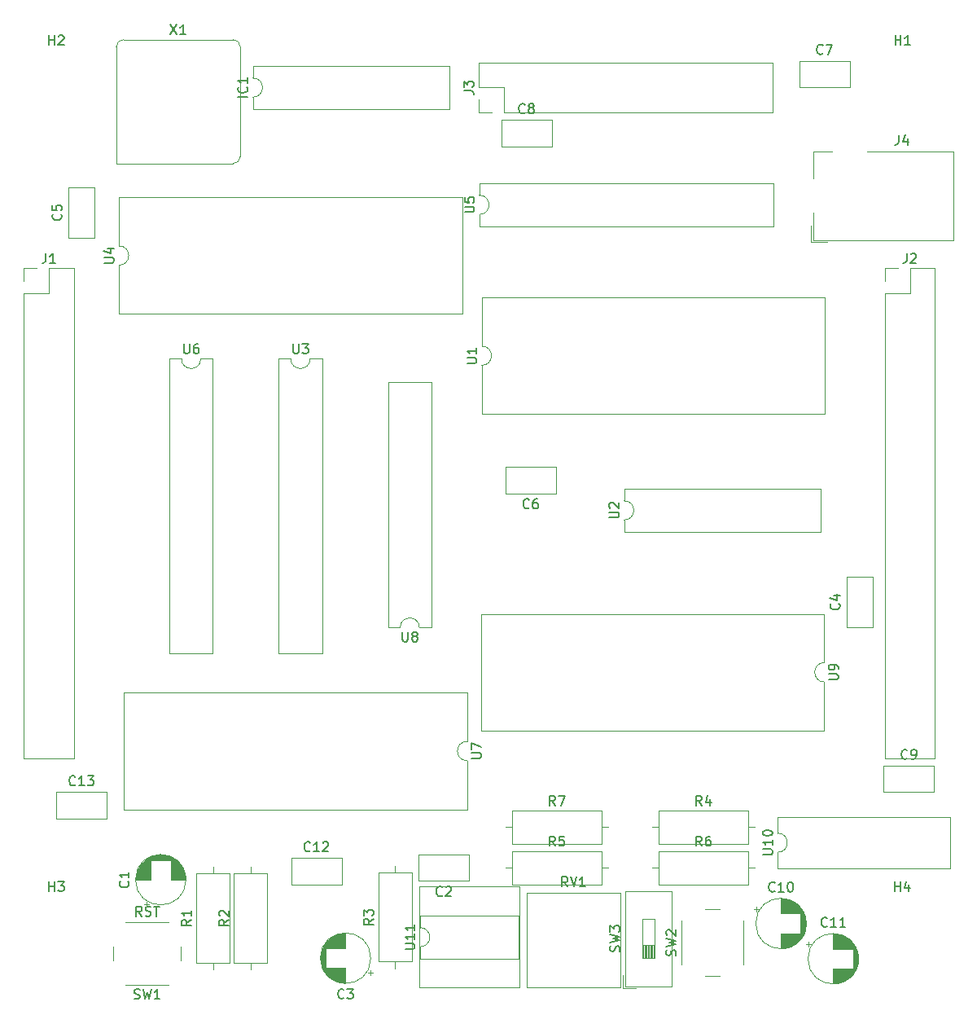
<source format=gbr>
G04 #@! TF.GenerationSoftware,KiCad,Pcbnew,(5.1.4)-1*
G04 #@! TF.CreationDate,2022-04-04T20:40:50-04:00*
G04 #@! TF.ProjectId,Layer1,4c617965-7231-42e6-9b69-6361645f7063,rev?*
G04 #@! TF.SameCoordinates,Original*
G04 #@! TF.FileFunction,Legend,Top*
G04 #@! TF.FilePolarity,Positive*
%FSLAX46Y46*%
G04 Gerber Fmt 4.6, Leading zero omitted, Abs format (unit mm)*
G04 Created by KiCad (PCBNEW (5.1.4)-1) date 2022-04-04 20:40:50*
%MOMM*%
%LPD*%
G04 APERTURE LIST*
%ADD10C,0.150000*%
%ADD11C,0.120000*%
G04 APERTURE END LIST*
D10*
X33793180Y-111196380D02*
X33459847Y-110720190D01*
X33221752Y-111196380D02*
X33221752Y-110196380D01*
X33602704Y-110196380D01*
X33697942Y-110244000D01*
X33745561Y-110291619D01*
X33793180Y-110386857D01*
X33793180Y-110529714D01*
X33745561Y-110624952D01*
X33697942Y-110672571D01*
X33602704Y-110720190D01*
X33221752Y-110720190D01*
X34174133Y-111148761D02*
X34316990Y-111196380D01*
X34555085Y-111196380D01*
X34650323Y-111148761D01*
X34697942Y-111101142D01*
X34745561Y-111005904D01*
X34745561Y-110910666D01*
X34697942Y-110815428D01*
X34650323Y-110767809D01*
X34555085Y-110720190D01*
X34364609Y-110672571D01*
X34269371Y-110624952D01*
X34221752Y-110577333D01*
X34174133Y-110482095D01*
X34174133Y-110386857D01*
X34221752Y-110291619D01*
X34269371Y-110244000D01*
X34364609Y-110196380D01*
X34602704Y-110196380D01*
X34745561Y-110244000D01*
X35031276Y-110196380D02*
X35602704Y-110196380D01*
X35316990Y-111196380D02*
X35316990Y-110196380D01*
D11*
X104771500Y-91912000D02*
X104771500Y-86852000D01*
X69091500Y-91912000D02*
X104771500Y-91912000D01*
X69091500Y-79792000D02*
X69091500Y-91912000D01*
X104771500Y-79792000D02*
X69091500Y-79792000D01*
X104771500Y-84852000D02*
X104771500Y-79792000D01*
X104771500Y-86852000D02*
G75*
G02X104771500Y-84852000I0J1000000D01*
G01*
X68901000Y-35024500D02*
X68901000Y-36274500D01*
X99501000Y-35024500D02*
X68901000Y-35024500D01*
X99501000Y-39524500D02*
X99501000Y-35024500D01*
X68901000Y-39524500D02*
X99501000Y-39524500D01*
X68901000Y-38274500D02*
X68901000Y-39524500D01*
X68901000Y-36274500D02*
G75*
G02X68901000Y-38274500I0J-1000000D01*
G01*
X62668800Y-108135600D02*
X62668800Y-118635600D01*
X73068800Y-108135600D02*
X62668800Y-108135600D01*
X73068800Y-118635600D02*
X73068800Y-108135600D01*
X62668800Y-118635600D02*
X73068800Y-118635600D01*
X62728800Y-111135600D02*
X62728800Y-112385600D01*
X73008800Y-111135600D02*
X62728800Y-111135600D01*
X73008800Y-115635600D02*
X73008800Y-111135600D01*
X62728800Y-115635600D02*
X73008800Y-115635600D01*
X62728800Y-114385600D02*
X62728800Y-115635600D01*
X62728800Y-112385600D02*
G75*
G02X62728800Y-114385600I0J-1000000D01*
G01*
X59408500Y-81213000D02*
X60658500Y-81213000D01*
X59408500Y-55693000D02*
X59408500Y-81213000D01*
X63908500Y-55693000D02*
X59408500Y-55693000D01*
X63908500Y-81213000D02*
X63908500Y-55693000D01*
X62658500Y-81213000D02*
X63908500Y-81213000D01*
X60658500Y-81213000D02*
G75*
G02X62658500Y-81213000I1000000J0D01*
G01*
X31892000Y-20093000D02*
G75*
G03X31142000Y-20843000I0J-750000D01*
G01*
X44042000Y-20843000D02*
G75*
G03X43292000Y-20093000I-750000J0D01*
G01*
X43292000Y-32993000D02*
G75*
G03X44042000Y-32243000I0J750000D01*
G01*
X31142000Y-32993000D02*
X43292000Y-32993000D01*
X44042000Y-32243000D02*
X44042000Y-20843000D01*
X43292000Y-20093000D02*
X31892000Y-20093000D01*
X31142000Y-20843000D02*
X31142000Y-32993000D01*
X99914400Y-100918500D02*
X99914400Y-102568500D01*
X117814400Y-100918500D02*
X99914400Y-100918500D01*
X117814400Y-106218500D02*
X117814400Y-100918500D01*
X99914400Y-106218500D02*
X117814400Y-106218500D01*
X99914400Y-104568500D02*
X99914400Y-106218500D01*
X99914400Y-102568500D02*
G75*
G02X99914400Y-104568500I0J-1000000D01*
G01*
X67624000Y-100103500D02*
X67624000Y-95043500D01*
X31944000Y-100103500D02*
X67624000Y-100103500D01*
X31944000Y-87983500D02*
X31944000Y-100103500D01*
X67624000Y-87983500D02*
X31944000Y-87983500D01*
X67624000Y-93043500D02*
X67624000Y-87983500D01*
X67624000Y-95043500D02*
G75*
G02X67624000Y-93043500I0J1000000D01*
G01*
X41175500Y-53280000D02*
X39925500Y-53280000D01*
X41175500Y-83880000D02*
X41175500Y-53280000D01*
X36675500Y-83880000D02*
X41175500Y-83880000D01*
X36675500Y-53280000D02*
X36675500Y-83880000D01*
X37925500Y-53280000D02*
X36675500Y-53280000D01*
X39925500Y-53280000D02*
G75*
G02X37925500Y-53280000I-1000000J0D01*
G01*
X31436000Y-36485000D02*
X31436000Y-41545000D01*
X67116000Y-36485000D02*
X31436000Y-36485000D01*
X67116000Y-48605000D02*
X67116000Y-36485000D01*
X31436000Y-48605000D02*
X67116000Y-48605000D01*
X31436000Y-43545000D02*
X31436000Y-48605000D01*
X31436000Y-41545000D02*
G75*
G02X31436000Y-43545000I0J-1000000D01*
G01*
X52542000Y-53280000D02*
X51292000Y-53280000D01*
X52542000Y-83880000D02*
X52542000Y-53280000D01*
X48042000Y-83880000D02*
X52542000Y-83880000D01*
X48042000Y-53280000D02*
X48042000Y-83880000D01*
X49292000Y-53280000D02*
X48042000Y-53280000D01*
X51292000Y-53280000D02*
G75*
G02X49292000Y-53280000I-1000000J0D01*
G01*
X83950500Y-66774500D02*
X83950500Y-68024500D01*
X104390500Y-66774500D02*
X83950500Y-66774500D01*
X104390500Y-71274500D02*
X104390500Y-66774500D01*
X83950500Y-71274500D02*
X104390500Y-71274500D01*
X83950500Y-70024500D02*
X83950500Y-71274500D01*
X83950500Y-68024500D02*
G75*
G02X83950500Y-70024500I0J-1000000D01*
G01*
X69155000Y-46899000D02*
X69155000Y-51959000D01*
X104835000Y-46899000D02*
X69155000Y-46899000D01*
X104835000Y-59019000D02*
X104835000Y-46899000D01*
X69155000Y-59019000D02*
X104835000Y-59019000D01*
X69155000Y-53959000D02*
X69155000Y-59019000D01*
X69155000Y-51959000D02*
G75*
G02X69155000Y-53959000I0J-1000000D01*
G01*
X85826600Y-114214667D02*
X87096600Y-114214667D01*
X87026600Y-115568000D02*
X87026600Y-114214667D01*
X86906600Y-115568000D02*
X86906600Y-114214667D01*
X86786600Y-115568000D02*
X86786600Y-114214667D01*
X86666600Y-115568000D02*
X86666600Y-114214667D01*
X86546600Y-115568000D02*
X86546600Y-114214667D01*
X86426600Y-115568000D02*
X86426600Y-114214667D01*
X86306600Y-115568000D02*
X86306600Y-114214667D01*
X86186600Y-115568000D02*
X86186600Y-114214667D01*
X86066600Y-115568000D02*
X86066600Y-114214667D01*
X85946600Y-115568000D02*
X85946600Y-114214667D01*
X85826600Y-111508000D02*
X85826600Y-115568000D01*
X87096600Y-111508000D02*
X85826600Y-111508000D01*
X87096600Y-115568000D02*
X87096600Y-111508000D01*
X85826600Y-115568000D02*
X87096600Y-115568000D01*
X83801600Y-118728000D02*
X85184600Y-118728000D01*
X83801600Y-118728000D02*
X83801600Y-117344000D01*
X84041600Y-108588000D02*
X88881600Y-108588000D01*
X84041600Y-118488000D02*
X88881600Y-118488000D01*
X88881600Y-118488000D02*
X88881600Y-108588000D01*
X84041600Y-118488000D02*
X84041600Y-108588000D01*
X93881200Y-110445600D02*
X92381200Y-110445600D01*
X89881200Y-111695600D02*
X89881200Y-116195600D01*
X92381200Y-117445600D02*
X93881200Y-117445600D01*
X96381200Y-116195600D02*
X96381200Y-111695600D01*
X30842000Y-114348000D02*
X30842000Y-115848000D01*
X32092000Y-118348000D02*
X36592000Y-118348000D01*
X37842000Y-115848000D02*
X37842000Y-114348000D01*
X36592000Y-111848000D02*
X32092000Y-111848000D01*
X83559200Y-108805400D02*
X83559200Y-118575400D01*
X73789200Y-108805400D02*
X73789200Y-118575400D01*
X73789200Y-118575400D02*
X83559200Y-118575400D01*
X73789200Y-108805400D02*
X83559200Y-108805400D01*
X82272000Y-101955600D02*
X81582000Y-101955600D01*
X71652000Y-101955600D02*
X72342000Y-101955600D01*
X81582000Y-100235600D02*
X72342000Y-100235600D01*
X81582000Y-103675600D02*
X81582000Y-100235600D01*
X72342000Y-103675600D02*
X81582000Y-103675600D01*
X72342000Y-100235600D02*
X72342000Y-103675600D01*
X97512000Y-106172000D02*
X96822000Y-106172000D01*
X86892000Y-106172000D02*
X87582000Y-106172000D01*
X96822000Y-104452000D02*
X87582000Y-104452000D01*
X96822000Y-107892000D02*
X96822000Y-104452000D01*
X87582000Y-107892000D02*
X96822000Y-107892000D01*
X87582000Y-104452000D02*
X87582000Y-107892000D01*
X82272000Y-106172000D02*
X81582000Y-106172000D01*
X71652000Y-106172000D02*
X72342000Y-106172000D01*
X81582000Y-104452000D02*
X72342000Y-104452000D01*
X81582000Y-107892000D02*
X81582000Y-104452000D01*
X72342000Y-107892000D02*
X81582000Y-107892000D01*
X72342000Y-104452000D02*
X72342000Y-107892000D01*
X97512000Y-101955600D02*
X96822000Y-101955600D01*
X86892000Y-101955600D02*
X87582000Y-101955600D01*
X96822000Y-100235600D02*
X87582000Y-100235600D01*
X96822000Y-103675600D02*
X96822000Y-100235600D01*
X87582000Y-103675600D02*
X96822000Y-103675600D01*
X87582000Y-100235600D02*
X87582000Y-103675600D01*
X60147200Y-105992800D02*
X60147200Y-106682800D01*
X60147200Y-116612800D02*
X60147200Y-115922800D01*
X58427200Y-106682800D02*
X58427200Y-115922800D01*
X61867200Y-106682800D02*
X58427200Y-106682800D01*
X61867200Y-115922800D02*
X61867200Y-106682800D01*
X58427200Y-115922800D02*
X61867200Y-115922800D01*
X45110400Y-106094400D02*
X45110400Y-106784400D01*
X45110400Y-116714400D02*
X45110400Y-116024400D01*
X43390400Y-106784400D02*
X43390400Y-116024400D01*
X46830400Y-106784400D02*
X43390400Y-106784400D01*
X46830400Y-116024400D02*
X46830400Y-106784400D01*
X43390400Y-116024400D02*
X46830400Y-116024400D01*
X41198800Y-106094400D02*
X41198800Y-106784400D01*
X41198800Y-116714400D02*
X41198800Y-116024400D01*
X39478800Y-106784400D02*
X39478800Y-116024400D01*
X42918800Y-106784400D02*
X39478800Y-106784400D01*
X42918800Y-116024400D02*
X42918800Y-106784400D01*
X39478800Y-116024400D02*
X42918800Y-116024400D01*
X103354000Y-41162000D02*
X103354000Y-39422000D01*
X105094000Y-41162000D02*
X103354000Y-41162000D01*
X103594000Y-31722000D02*
X105594000Y-31722000D01*
X103594000Y-34522000D02*
X103594000Y-31722000D01*
X103594000Y-40922000D02*
X103594000Y-38122000D01*
X118194000Y-40922000D02*
X103594000Y-40922000D01*
X118194000Y-31722000D02*
X118194000Y-40922000D01*
X109194000Y-31722000D02*
X118194000Y-31722000D01*
X68837500Y-27682500D02*
X68837500Y-26352500D01*
X70167500Y-27682500D02*
X68837500Y-27682500D01*
X68837500Y-25082500D02*
X68837500Y-22482500D01*
X71437500Y-25082500D02*
X68837500Y-25082500D01*
X71437500Y-27682500D02*
X71437500Y-25082500D01*
X68837500Y-22482500D02*
X99437500Y-22482500D01*
X71437500Y-27682500D02*
X99437500Y-27682500D01*
X99437500Y-27682500D02*
X99437500Y-22482500D01*
X111065000Y-43882000D02*
X112395000Y-43882000D01*
X111065000Y-45212000D02*
X111065000Y-43882000D01*
X113665000Y-43882000D02*
X116265000Y-43882000D01*
X113665000Y-46482000D02*
X113665000Y-43882000D01*
X111065000Y-46482000D02*
X113665000Y-46482000D01*
X116265000Y-43882000D02*
X116265000Y-94802000D01*
X111065000Y-46482000D02*
X111065000Y-94802000D01*
X111065000Y-94802000D02*
X116265000Y-94802000D01*
X21530000Y-43882000D02*
X22860000Y-43882000D01*
X21530000Y-45212000D02*
X21530000Y-43882000D01*
X24130000Y-43882000D02*
X26730000Y-43882000D01*
X24130000Y-46482000D02*
X24130000Y-43882000D01*
X21530000Y-46482000D02*
X24130000Y-46482000D01*
X26730000Y-43882000D02*
X26730000Y-94802000D01*
X21530000Y-46482000D02*
X21530000Y-94802000D01*
X21530000Y-94802000D02*
X26730000Y-94802000D01*
X45342500Y-22832500D02*
X45342500Y-24082500D01*
X65782500Y-22832500D02*
X45342500Y-22832500D01*
X65782500Y-27332500D02*
X65782500Y-22832500D01*
X45342500Y-27332500D02*
X65782500Y-27332500D01*
X45342500Y-26082500D02*
X45342500Y-27332500D01*
X45342500Y-24082500D02*
G75*
G02X45342500Y-26082500I0J-1000000D01*
G01*
X30133600Y-98299600D02*
X30133600Y-101039600D01*
X24893600Y-98299600D02*
X24893600Y-101039600D01*
X24893600Y-101039600D02*
X30133600Y-101039600D01*
X24893600Y-98299600D02*
X30133600Y-98299600D01*
X54568400Y-105157600D02*
X54568400Y-107897600D01*
X49328400Y-105157600D02*
X49328400Y-107897600D01*
X49328400Y-107897600D02*
X54568400Y-107897600D01*
X49328400Y-105157600D02*
X54568400Y-105157600D01*
X103144025Y-113895800D02*
X103144025Y-114395800D01*
X102894025Y-114145800D02*
X103394025Y-114145800D01*
X108299800Y-115336800D02*
X108299800Y-115904800D01*
X108259800Y-115102800D02*
X108259800Y-116138800D01*
X108219800Y-114943800D02*
X108219800Y-116297800D01*
X108179800Y-114815800D02*
X108179800Y-116425800D01*
X108139800Y-114705800D02*
X108139800Y-116535800D01*
X108099800Y-114609800D02*
X108099800Y-116631800D01*
X108059800Y-114522800D02*
X108059800Y-116718800D01*
X108019800Y-114442800D02*
X108019800Y-116798800D01*
X107979800Y-114369800D02*
X107979800Y-116871800D01*
X107939800Y-114301800D02*
X107939800Y-116939800D01*
X107899800Y-114237800D02*
X107899800Y-117003800D01*
X107859800Y-114177800D02*
X107859800Y-117063800D01*
X107819800Y-114120800D02*
X107819800Y-117120800D01*
X107779800Y-114066800D02*
X107779800Y-117174800D01*
X107739800Y-114015800D02*
X107739800Y-117225800D01*
X107699800Y-116660800D02*
X107699800Y-117273800D01*
X107699800Y-113967800D02*
X107699800Y-114580800D01*
X107659800Y-116660800D02*
X107659800Y-117319800D01*
X107659800Y-113921800D02*
X107659800Y-114580800D01*
X107619800Y-116660800D02*
X107619800Y-117363800D01*
X107619800Y-113877800D02*
X107619800Y-114580800D01*
X107579800Y-116660800D02*
X107579800Y-117405800D01*
X107579800Y-113835800D02*
X107579800Y-114580800D01*
X107539800Y-116660800D02*
X107539800Y-117446800D01*
X107539800Y-113794800D02*
X107539800Y-114580800D01*
X107499800Y-116660800D02*
X107499800Y-117484800D01*
X107499800Y-113756800D02*
X107499800Y-114580800D01*
X107459800Y-116660800D02*
X107459800Y-117521800D01*
X107459800Y-113719800D02*
X107459800Y-114580800D01*
X107419800Y-116660800D02*
X107419800Y-117557800D01*
X107419800Y-113683800D02*
X107419800Y-114580800D01*
X107379800Y-116660800D02*
X107379800Y-117591800D01*
X107379800Y-113649800D02*
X107379800Y-114580800D01*
X107339800Y-116660800D02*
X107339800Y-117624800D01*
X107339800Y-113616800D02*
X107339800Y-114580800D01*
X107299800Y-116660800D02*
X107299800Y-117655800D01*
X107299800Y-113585800D02*
X107299800Y-114580800D01*
X107259800Y-116660800D02*
X107259800Y-117685800D01*
X107259800Y-113555800D02*
X107259800Y-114580800D01*
X107219800Y-116660800D02*
X107219800Y-117715800D01*
X107219800Y-113525800D02*
X107219800Y-114580800D01*
X107179800Y-116660800D02*
X107179800Y-117742800D01*
X107179800Y-113498800D02*
X107179800Y-114580800D01*
X107139800Y-116660800D02*
X107139800Y-117769800D01*
X107139800Y-113471800D02*
X107139800Y-114580800D01*
X107099800Y-116660800D02*
X107099800Y-117795800D01*
X107099800Y-113445800D02*
X107099800Y-114580800D01*
X107059800Y-116660800D02*
X107059800Y-117820800D01*
X107059800Y-113420800D02*
X107059800Y-114580800D01*
X107019800Y-116660800D02*
X107019800Y-117844800D01*
X107019800Y-113396800D02*
X107019800Y-114580800D01*
X106979800Y-116660800D02*
X106979800Y-117867800D01*
X106979800Y-113373800D02*
X106979800Y-114580800D01*
X106939800Y-116660800D02*
X106939800Y-117888800D01*
X106939800Y-113352800D02*
X106939800Y-114580800D01*
X106899800Y-116660800D02*
X106899800Y-117910800D01*
X106899800Y-113330800D02*
X106899800Y-114580800D01*
X106859800Y-116660800D02*
X106859800Y-117930800D01*
X106859800Y-113310800D02*
X106859800Y-114580800D01*
X106819800Y-116660800D02*
X106819800Y-117949800D01*
X106819800Y-113291800D02*
X106819800Y-114580800D01*
X106779800Y-116660800D02*
X106779800Y-117968800D01*
X106779800Y-113272800D02*
X106779800Y-114580800D01*
X106739800Y-116660800D02*
X106739800Y-117985800D01*
X106739800Y-113255800D02*
X106739800Y-114580800D01*
X106699800Y-116660800D02*
X106699800Y-118002800D01*
X106699800Y-113238800D02*
X106699800Y-114580800D01*
X106659800Y-116660800D02*
X106659800Y-118018800D01*
X106659800Y-113222800D02*
X106659800Y-114580800D01*
X106619800Y-116660800D02*
X106619800Y-118034800D01*
X106619800Y-113206800D02*
X106619800Y-114580800D01*
X106579800Y-116660800D02*
X106579800Y-118048800D01*
X106579800Y-113192800D02*
X106579800Y-114580800D01*
X106539800Y-116660800D02*
X106539800Y-118062800D01*
X106539800Y-113178800D02*
X106539800Y-114580800D01*
X106499800Y-116660800D02*
X106499800Y-118075800D01*
X106499800Y-113165800D02*
X106499800Y-114580800D01*
X106459800Y-116660800D02*
X106459800Y-118088800D01*
X106459800Y-113152800D02*
X106459800Y-114580800D01*
X106419800Y-116660800D02*
X106419800Y-118100800D01*
X106419800Y-113140800D02*
X106419800Y-114580800D01*
X106378800Y-116660800D02*
X106378800Y-118111800D01*
X106378800Y-113129800D02*
X106378800Y-114580800D01*
X106338800Y-116660800D02*
X106338800Y-118121800D01*
X106338800Y-113119800D02*
X106338800Y-114580800D01*
X106298800Y-116660800D02*
X106298800Y-118131800D01*
X106298800Y-113109800D02*
X106298800Y-114580800D01*
X106258800Y-116660800D02*
X106258800Y-118140800D01*
X106258800Y-113100800D02*
X106258800Y-114580800D01*
X106218800Y-116660800D02*
X106218800Y-118148800D01*
X106218800Y-113092800D02*
X106218800Y-114580800D01*
X106178800Y-116660800D02*
X106178800Y-118156800D01*
X106178800Y-113084800D02*
X106178800Y-114580800D01*
X106138800Y-116660800D02*
X106138800Y-118163800D01*
X106138800Y-113077800D02*
X106138800Y-114580800D01*
X106098800Y-116660800D02*
X106098800Y-118170800D01*
X106098800Y-113070800D02*
X106098800Y-114580800D01*
X106058800Y-116660800D02*
X106058800Y-118176800D01*
X106058800Y-113064800D02*
X106058800Y-114580800D01*
X106018800Y-116660800D02*
X106018800Y-118181800D01*
X106018800Y-113059800D02*
X106018800Y-114580800D01*
X105978800Y-116660800D02*
X105978800Y-118185800D01*
X105978800Y-113055800D02*
X105978800Y-114580800D01*
X105938800Y-116660800D02*
X105938800Y-118189800D01*
X105938800Y-113051800D02*
X105938800Y-114580800D01*
X105898800Y-116660800D02*
X105898800Y-118193800D01*
X105898800Y-113047800D02*
X105898800Y-114580800D01*
X105858800Y-116660800D02*
X105858800Y-118196800D01*
X105858800Y-113044800D02*
X105858800Y-114580800D01*
X105818800Y-116660800D02*
X105818800Y-118198800D01*
X105818800Y-113042800D02*
X105818800Y-114580800D01*
X105778800Y-116660800D02*
X105778800Y-118199800D01*
X105778800Y-113041800D02*
X105778800Y-114580800D01*
X105738800Y-113040800D02*
X105738800Y-114580800D01*
X105738800Y-116660800D02*
X105738800Y-118200800D01*
X105698800Y-113040800D02*
X105698800Y-114580800D01*
X105698800Y-116660800D02*
X105698800Y-118200800D01*
X108318800Y-115620800D02*
G75*
G03X108318800Y-115620800I-2620000J0D01*
G01*
X97708425Y-110238200D02*
X97708425Y-110738200D01*
X97458425Y-110488200D02*
X97958425Y-110488200D01*
X102864200Y-111679200D02*
X102864200Y-112247200D01*
X102824200Y-111445200D02*
X102824200Y-112481200D01*
X102784200Y-111286200D02*
X102784200Y-112640200D01*
X102744200Y-111158200D02*
X102744200Y-112768200D01*
X102704200Y-111048200D02*
X102704200Y-112878200D01*
X102664200Y-110952200D02*
X102664200Y-112974200D01*
X102624200Y-110865200D02*
X102624200Y-113061200D01*
X102584200Y-110785200D02*
X102584200Y-113141200D01*
X102544200Y-110712200D02*
X102544200Y-113214200D01*
X102504200Y-110644200D02*
X102504200Y-113282200D01*
X102464200Y-110580200D02*
X102464200Y-113346200D01*
X102424200Y-110520200D02*
X102424200Y-113406200D01*
X102384200Y-110463200D02*
X102384200Y-113463200D01*
X102344200Y-110409200D02*
X102344200Y-113517200D01*
X102304200Y-110358200D02*
X102304200Y-113568200D01*
X102264200Y-113003200D02*
X102264200Y-113616200D01*
X102264200Y-110310200D02*
X102264200Y-110923200D01*
X102224200Y-113003200D02*
X102224200Y-113662200D01*
X102224200Y-110264200D02*
X102224200Y-110923200D01*
X102184200Y-113003200D02*
X102184200Y-113706200D01*
X102184200Y-110220200D02*
X102184200Y-110923200D01*
X102144200Y-113003200D02*
X102144200Y-113748200D01*
X102144200Y-110178200D02*
X102144200Y-110923200D01*
X102104200Y-113003200D02*
X102104200Y-113789200D01*
X102104200Y-110137200D02*
X102104200Y-110923200D01*
X102064200Y-113003200D02*
X102064200Y-113827200D01*
X102064200Y-110099200D02*
X102064200Y-110923200D01*
X102024200Y-113003200D02*
X102024200Y-113864200D01*
X102024200Y-110062200D02*
X102024200Y-110923200D01*
X101984200Y-113003200D02*
X101984200Y-113900200D01*
X101984200Y-110026200D02*
X101984200Y-110923200D01*
X101944200Y-113003200D02*
X101944200Y-113934200D01*
X101944200Y-109992200D02*
X101944200Y-110923200D01*
X101904200Y-113003200D02*
X101904200Y-113967200D01*
X101904200Y-109959200D02*
X101904200Y-110923200D01*
X101864200Y-113003200D02*
X101864200Y-113998200D01*
X101864200Y-109928200D02*
X101864200Y-110923200D01*
X101824200Y-113003200D02*
X101824200Y-114028200D01*
X101824200Y-109898200D02*
X101824200Y-110923200D01*
X101784200Y-113003200D02*
X101784200Y-114058200D01*
X101784200Y-109868200D02*
X101784200Y-110923200D01*
X101744200Y-113003200D02*
X101744200Y-114085200D01*
X101744200Y-109841200D02*
X101744200Y-110923200D01*
X101704200Y-113003200D02*
X101704200Y-114112200D01*
X101704200Y-109814200D02*
X101704200Y-110923200D01*
X101664200Y-113003200D02*
X101664200Y-114138200D01*
X101664200Y-109788200D02*
X101664200Y-110923200D01*
X101624200Y-113003200D02*
X101624200Y-114163200D01*
X101624200Y-109763200D02*
X101624200Y-110923200D01*
X101584200Y-113003200D02*
X101584200Y-114187200D01*
X101584200Y-109739200D02*
X101584200Y-110923200D01*
X101544200Y-113003200D02*
X101544200Y-114210200D01*
X101544200Y-109716200D02*
X101544200Y-110923200D01*
X101504200Y-113003200D02*
X101504200Y-114231200D01*
X101504200Y-109695200D02*
X101504200Y-110923200D01*
X101464200Y-113003200D02*
X101464200Y-114253200D01*
X101464200Y-109673200D02*
X101464200Y-110923200D01*
X101424200Y-113003200D02*
X101424200Y-114273200D01*
X101424200Y-109653200D02*
X101424200Y-110923200D01*
X101384200Y-113003200D02*
X101384200Y-114292200D01*
X101384200Y-109634200D02*
X101384200Y-110923200D01*
X101344200Y-113003200D02*
X101344200Y-114311200D01*
X101344200Y-109615200D02*
X101344200Y-110923200D01*
X101304200Y-113003200D02*
X101304200Y-114328200D01*
X101304200Y-109598200D02*
X101304200Y-110923200D01*
X101264200Y-113003200D02*
X101264200Y-114345200D01*
X101264200Y-109581200D02*
X101264200Y-110923200D01*
X101224200Y-113003200D02*
X101224200Y-114361200D01*
X101224200Y-109565200D02*
X101224200Y-110923200D01*
X101184200Y-113003200D02*
X101184200Y-114377200D01*
X101184200Y-109549200D02*
X101184200Y-110923200D01*
X101144200Y-113003200D02*
X101144200Y-114391200D01*
X101144200Y-109535200D02*
X101144200Y-110923200D01*
X101104200Y-113003200D02*
X101104200Y-114405200D01*
X101104200Y-109521200D02*
X101104200Y-110923200D01*
X101064200Y-113003200D02*
X101064200Y-114418200D01*
X101064200Y-109508200D02*
X101064200Y-110923200D01*
X101024200Y-113003200D02*
X101024200Y-114431200D01*
X101024200Y-109495200D02*
X101024200Y-110923200D01*
X100984200Y-113003200D02*
X100984200Y-114443200D01*
X100984200Y-109483200D02*
X100984200Y-110923200D01*
X100943200Y-113003200D02*
X100943200Y-114454200D01*
X100943200Y-109472200D02*
X100943200Y-110923200D01*
X100903200Y-113003200D02*
X100903200Y-114464200D01*
X100903200Y-109462200D02*
X100903200Y-110923200D01*
X100863200Y-113003200D02*
X100863200Y-114474200D01*
X100863200Y-109452200D02*
X100863200Y-110923200D01*
X100823200Y-113003200D02*
X100823200Y-114483200D01*
X100823200Y-109443200D02*
X100823200Y-110923200D01*
X100783200Y-113003200D02*
X100783200Y-114491200D01*
X100783200Y-109435200D02*
X100783200Y-110923200D01*
X100743200Y-113003200D02*
X100743200Y-114499200D01*
X100743200Y-109427200D02*
X100743200Y-110923200D01*
X100703200Y-113003200D02*
X100703200Y-114506200D01*
X100703200Y-109420200D02*
X100703200Y-110923200D01*
X100663200Y-113003200D02*
X100663200Y-114513200D01*
X100663200Y-109413200D02*
X100663200Y-110923200D01*
X100623200Y-113003200D02*
X100623200Y-114519200D01*
X100623200Y-109407200D02*
X100623200Y-110923200D01*
X100583200Y-113003200D02*
X100583200Y-114524200D01*
X100583200Y-109402200D02*
X100583200Y-110923200D01*
X100543200Y-113003200D02*
X100543200Y-114528200D01*
X100543200Y-109398200D02*
X100543200Y-110923200D01*
X100503200Y-113003200D02*
X100503200Y-114532200D01*
X100503200Y-109394200D02*
X100503200Y-110923200D01*
X100463200Y-113003200D02*
X100463200Y-114536200D01*
X100463200Y-109390200D02*
X100463200Y-110923200D01*
X100423200Y-113003200D02*
X100423200Y-114539200D01*
X100423200Y-109387200D02*
X100423200Y-110923200D01*
X100383200Y-113003200D02*
X100383200Y-114541200D01*
X100383200Y-109385200D02*
X100383200Y-110923200D01*
X100343200Y-113003200D02*
X100343200Y-114542200D01*
X100343200Y-109384200D02*
X100343200Y-110923200D01*
X100303200Y-109383200D02*
X100303200Y-110923200D01*
X100303200Y-113003200D02*
X100303200Y-114543200D01*
X100263200Y-109383200D02*
X100263200Y-110923200D01*
X100263200Y-113003200D02*
X100263200Y-114543200D01*
X102883200Y-111963200D02*
G75*
G03X102883200Y-111963200I-2620000J0D01*
G01*
X116188800Y-95556400D02*
X116188800Y-98296400D01*
X110948800Y-95556400D02*
X110948800Y-98296400D01*
X110948800Y-98296400D02*
X116188800Y-98296400D01*
X110948800Y-95556400D02*
X116188800Y-95556400D01*
X76412400Y-28449600D02*
X76412400Y-31189600D01*
X71172400Y-28449600D02*
X71172400Y-31189600D01*
X71172400Y-31189600D02*
X76412400Y-31189600D01*
X71172400Y-28449600D02*
X76412400Y-28449600D01*
X107400400Y-22302800D02*
X107400400Y-25042800D01*
X102160400Y-22302800D02*
X102160400Y-25042800D01*
X102160400Y-25042800D02*
X107400400Y-25042800D01*
X102160400Y-22302800D02*
X107400400Y-22302800D01*
X71618800Y-67257600D02*
X71618800Y-64517600D01*
X76858800Y-67257600D02*
X76858800Y-64517600D01*
X76858800Y-64517600D02*
X71618800Y-64517600D01*
X76858800Y-67257600D02*
X71618800Y-67257600D01*
X26163600Y-35449200D02*
X28903600Y-35449200D01*
X26163600Y-40689200D02*
X28903600Y-40689200D01*
X28903600Y-40689200D02*
X28903600Y-35449200D01*
X26163600Y-40689200D02*
X26163600Y-35449200D01*
X107062600Y-75936800D02*
X109802600Y-75936800D01*
X107062600Y-81176800D02*
X109802600Y-81176800D01*
X109802600Y-81176800D02*
X109802600Y-75936800D01*
X107062600Y-81176800D02*
X107062600Y-75936800D01*
X57536375Y-117295000D02*
X57536375Y-116795000D01*
X57786375Y-117045000D02*
X57286375Y-117045000D01*
X52380600Y-115854000D02*
X52380600Y-115286000D01*
X52420600Y-116088000D02*
X52420600Y-115052000D01*
X52460600Y-116247000D02*
X52460600Y-114893000D01*
X52500600Y-116375000D02*
X52500600Y-114765000D01*
X52540600Y-116485000D02*
X52540600Y-114655000D01*
X52580600Y-116581000D02*
X52580600Y-114559000D01*
X52620600Y-116668000D02*
X52620600Y-114472000D01*
X52660600Y-116748000D02*
X52660600Y-114392000D01*
X52700600Y-116821000D02*
X52700600Y-114319000D01*
X52740600Y-116889000D02*
X52740600Y-114251000D01*
X52780600Y-116953000D02*
X52780600Y-114187000D01*
X52820600Y-117013000D02*
X52820600Y-114127000D01*
X52860600Y-117070000D02*
X52860600Y-114070000D01*
X52900600Y-117124000D02*
X52900600Y-114016000D01*
X52940600Y-117175000D02*
X52940600Y-113965000D01*
X52980600Y-114530000D02*
X52980600Y-113917000D01*
X52980600Y-117223000D02*
X52980600Y-116610000D01*
X53020600Y-114530000D02*
X53020600Y-113871000D01*
X53020600Y-117269000D02*
X53020600Y-116610000D01*
X53060600Y-114530000D02*
X53060600Y-113827000D01*
X53060600Y-117313000D02*
X53060600Y-116610000D01*
X53100600Y-114530000D02*
X53100600Y-113785000D01*
X53100600Y-117355000D02*
X53100600Y-116610000D01*
X53140600Y-114530000D02*
X53140600Y-113744000D01*
X53140600Y-117396000D02*
X53140600Y-116610000D01*
X53180600Y-114530000D02*
X53180600Y-113706000D01*
X53180600Y-117434000D02*
X53180600Y-116610000D01*
X53220600Y-114530000D02*
X53220600Y-113669000D01*
X53220600Y-117471000D02*
X53220600Y-116610000D01*
X53260600Y-114530000D02*
X53260600Y-113633000D01*
X53260600Y-117507000D02*
X53260600Y-116610000D01*
X53300600Y-114530000D02*
X53300600Y-113599000D01*
X53300600Y-117541000D02*
X53300600Y-116610000D01*
X53340600Y-114530000D02*
X53340600Y-113566000D01*
X53340600Y-117574000D02*
X53340600Y-116610000D01*
X53380600Y-114530000D02*
X53380600Y-113535000D01*
X53380600Y-117605000D02*
X53380600Y-116610000D01*
X53420600Y-114530000D02*
X53420600Y-113505000D01*
X53420600Y-117635000D02*
X53420600Y-116610000D01*
X53460600Y-114530000D02*
X53460600Y-113475000D01*
X53460600Y-117665000D02*
X53460600Y-116610000D01*
X53500600Y-114530000D02*
X53500600Y-113448000D01*
X53500600Y-117692000D02*
X53500600Y-116610000D01*
X53540600Y-114530000D02*
X53540600Y-113421000D01*
X53540600Y-117719000D02*
X53540600Y-116610000D01*
X53580600Y-114530000D02*
X53580600Y-113395000D01*
X53580600Y-117745000D02*
X53580600Y-116610000D01*
X53620600Y-114530000D02*
X53620600Y-113370000D01*
X53620600Y-117770000D02*
X53620600Y-116610000D01*
X53660600Y-114530000D02*
X53660600Y-113346000D01*
X53660600Y-117794000D02*
X53660600Y-116610000D01*
X53700600Y-114530000D02*
X53700600Y-113323000D01*
X53700600Y-117817000D02*
X53700600Y-116610000D01*
X53740600Y-114530000D02*
X53740600Y-113302000D01*
X53740600Y-117838000D02*
X53740600Y-116610000D01*
X53780600Y-114530000D02*
X53780600Y-113280000D01*
X53780600Y-117860000D02*
X53780600Y-116610000D01*
X53820600Y-114530000D02*
X53820600Y-113260000D01*
X53820600Y-117880000D02*
X53820600Y-116610000D01*
X53860600Y-114530000D02*
X53860600Y-113241000D01*
X53860600Y-117899000D02*
X53860600Y-116610000D01*
X53900600Y-114530000D02*
X53900600Y-113222000D01*
X53900600Y-117918000D02*
X53900600Y-116610000D01*
X53940600Y-114530000D02*
X53940600Y-113205000D01*
X53940600Y-117935000D02*
X53940600Y-116610000D01*
X53980600Y-114530000D02*
X53980600Y-113188000D01*
X53980600Y-117952000D02*
X53980600Y-116610000D01*
X54020600Y-114530000D02*
X54020600Y-113172000D01*
X54020600Y-117968000D02*
X54020600Y-116610000D01*
X54060600Y-114530000D02*
X54060600Y-113156000D01*
X54060600Y-117984000D02*
X54060600Y-116610000D01*
X54100600Y-114530000D02*
X54100600Y-113142000D01*
X54100600Y-117998000D02*
X54100600Y-116610000D01*
X54140600Y-114530000D02*
X54140600Y-113128000D01*
X54140600Y-118012000D02*
X54140600Y-116610000D01*
X54180600Y-114530000D02*
X54180600Y-113115000D01*
X54180600Y-118025000D02*
X54180600Y-116610000D01*
X54220600Y-114530000D02*
X54220600Y-113102000D01*
X54220600Y-118038000D02*
X54220600Y-116610000D01*
X54260600Y-114530000D02*
X54260600Y-113090000D01*
X54260600Y-118050000D02*
X54260600Y-116610000D01*
X54301600Y-114530000D02*
X54301600Y-113079000D01*
X54301600Y-118061000D02*
X54301600Y-116610000D01*
X54341600Y-114530000D02*
X54341600Y-113069000D01*
X54341600Y-118071000D02*
X54341600Y-116610000D01*
X54381600Y-114530000D02*
X54381600Y-113059000D01*
X54381600Y-118081000D02*
X54381600Y-116610000D01*
X54421600Y-114530000D02*
X54421600Y-113050000D01*
X54421600Y-118090000D02*
X54421600Y-116610000D01*
X54461600Y-114530000D02*
X54461600Y-113042000D01*
X54461600Y-118098000D02*
X54461600Y-116610000D01*
X54501600Y-114530000D02*
X54501600Y-113034000D01*
X54501600Y-118106000D02*
X54501600Y-116610000D01*
X54541600Y-114530000D02*
X54541600Y-113027000D01*
X54541600Y-118113000D02*
X54541600Y-116610000D01*
X54581600Y-114530000D02*
X54581600Y-113020000D01*
X54581600Y-118120000D02*
X54581600Y-116610000D01*
X54621600Y-114530000D02*
X54621600Y-113014000D01*
X54621600Y-118126000D02*
X54621600Y-116610000D01*
X54661600Y-114530000D02*
X54661600Y-113009000D01*
X54661600Y-118131000D02*
X54661600Y-116610000D01*
X54701600Y-114530000D02*
X54701600Y-113005000D01*
X54701600Y-118135000D02*
X54701600Y-116610000D01*
X54741600Y-114530000D02*
X54741600Y-113001000D01*
X54741600Y-118139000D02*
X54741600Y-116610000D01*
X54781600Y-114530000D02*
X54781600Y-112997000D01*
X54781600Y-118143000D02*
X54781600Y-116610000D01*
X54821600Y-114530000D02*
X54821600Y-112994000D01*
X54821600Y-118146000D02*
X54821600Y-116610000D01*
X54861600Y-114530000D02*
X54861600Y-112992000D01*
X54861600Y-118148000D02*
X54861600Y-116610000D01*
X54901600Y-114530000D02*
X54901600Y-112991000D01*
X54901600Y-118149000D02*
X54901600Y-116610000D01*
X54941600Y-118150000D02*
X54941600Y-116610000D01*
X54941600Y-114530000D02*
X54941600Y-112990000D01*
X54981600Y-118150000D02*
X54981600Y-116610000D01*
X54981600Y-114530000D02*
X54981600Y-112990000D01*
X57601600Y-115570000D02*
G75*
G03X57601600Y-115570000I-2620000J0D01*
G01*
X62576400Y-107542000D02*
X62576400Y-104802000D01*
X67816400Y-107542000D02*
X67816400Y-104802000D01*
X67816400Y-104802000D02*
X62576400Y-104802000D01*
X67816400Y-107542000D02*
X62576400Y-107542000D01*
X34038200Y-109961975D02*
X34538200Y-109961975D01*
X34288200Y-110211975D02*
X34288200Y-109711975D01*
X35479200Y-104806200D02*
X36047200Y-104806200D01*
X35245200Y-104846200D02*
X36281200Y-104846200D01*
X35086200Y-104886200D02*
X36440200Y-104886200D01*
X34958200Y-104926200D02*
X36568200Y-104926200D01*
X34848200Y-104966200D02*
X36678200Y-104966200D01*
X34752200Y-105006200D02*
X36774200Y-105006200D01*
X34665200Y-105046200D02*
X36861200Y-105046200D01*
X34585200Y-105086200D02*
X36941200Y-105086200D01*
X34512200Y-105126200D02*
X37014200Y-105126200D01*
X34444200Y-105166200D02*
X37082200Y-105166200D01*
X34380200Y-105206200D02*
X37146200Y-105206200D01*
X34320200Y-105246200D02*
X37206200Y-105246200D01*
X34263200Y-105286200D02*
X37263200Y-105286200D01*
X34209200Y-105326200D02*
X37317200Y-105326200D01*
X34158200Y-105366200D02*
X37368200Y-105366200D01*
X36803200Y-105406200D02*
X37416200Y-105406200D01*
X34110200Y-105406200D02*
X34723200Y-105406200D01*
X36803200Y-105446200D02*
X37462200Y-105446200D01*
X34064200Y-105446200D02*
X34723200Y-105446200D01*
X36803200Y-105486200D02*
X37506200Y-105486200D01*
X34020200Y-105486200D02*
X34723200Y-105486200D01*
X36803200Y-105526200D02*
X37548200Y-105526200D01*
X33978200Y-105526200D02*
X34723200Y-105526200D01*
X36803200Y-105566200D02*
X37589200Y-105566200D01*
X33937200Y-105566200D02*
X34723200Y-105566200D01*
X36803200Y-105606200D02*
X37627200Y-105606200D01*
X33899200Y-105606200D02*
X34723200Y-105606200D01*
X36803200Y-105646200D02*
X37664200Y-105646200D01*
X33862200Y-105646200D02*
X34723200Y-105646200D01*
X36803200Y-105686200D02*
X37700200Y-105686200D01*
X33826200Y-105686200D02*
X34723200Y-105686200D01*
X36803200Y-105726200D02*
X37734200Y-105726200D01*
X33792200Y-105726200D02*
X34723200Y-105726200D01*
X36803200Y-105766200D02*
X37767200Y-105766200D01*
X33759200Y-105766200D02*
X34723200Y-105766200D01*
X36803200Y-105806200D02*
X37798200Y-105806200D01*
X33728200Y-105806200D02*
X34723200Y-105806200D01*
X36803200Y-105846200D02*
X37828200Y-105846200D01*
X33698200Y-105846200D02*
X34723200Y-105846200D01*
X36803200Y-105886200D02*
X37858200Y-105886200D01*
X33668200Y-105886200D02*
X34723200Y-105886200D01*
X36803200Y-105926200D02*
X37885200Y-105926200D01*
X33641200Y-105926200D02*
X34723200Y-105926200D01*
X36803200Y-105966200D02*
X37912200Y-105966200D01*
X33614200Y-105966200D02*
X34723200Y-105966200D01*
X36803200Y-106006200D02*
X37938200Y-106006200D01*
X33588200Y-106006200D02*
X34723200Y-106006200D01*
X36803200Y-106046200D02*
X37963200Y-106046200D01*
X33563200Y-106046200D02*
X34723200Y-106046200D01*
X36803200Y-106086200D02*
X37987200Y-106086200D01*
X33539200Y-106086200D02*
X34723200Y-106086200D01*
X36803200Y-106126200D02*
X38010200Y-106126200D01*
X33516200Y-106126200D02*
X34723200Y-106126200D01*
X36803200Y-106166200D02*
X38031200Y-106166200D01*
X33495200Y-106166200D02*
X34723200Y-106166200D01*
X36803200Y-106206200D02*
X38053200Y-106206200D01*
X33473200Y-106206200D02*
X34723200Y-106206200D01*
X36803200Y-106246200D02*
X38073200Y-106246200D01*
X33453200Y-106246200D02*
X34723200Y-106246200D01*
X36803200Y-106286200D02*
X38092200Y-106286200D01*
X33434200Y-106286200D02*
X34723200Y-106286200D01*
X36803200Y-106326200D02*
X38111200Y-106326200D01*
X33415200Y-106326200D02*
X34723200Y-106326200D01*
X36803200Y-106366200D02*
X38128200Y-106366200D01*
X33398200Y-106366200D02*
X34723200Y-106366200D01*
X36803200Y-106406200D02*
X38145200Y-106406200D01*
X33381200Y-106406200D02*
X34723200Y-106406200D01*
X36803200Y-106446200D02*
X38161200Y-106446200D01*
X33365200Y-106446200D02*
X34723200Y-106446200D01*
X36803200Y-106486200D02*
X38177200Y-106486200D01*
X33349200Y-106486200D02*
X34723200Y-106486200D01*
X36803200Y-106526200D02*
X38191200Y-106526200D01*
X33335200Y-106526200D02*
X34723200Y-106526200D01*
X36803200Y-106566200D02*
X38205200Y-106566200D01*
X33321200Y-106566200D02*
X34723200Y-106566200D01*
X36803200Y-106606200D02*
X38218200Y-106606200D01*
X33308200Y-106606200D02*
X34723200Y-106606200D01*
X36803200Y-106646200D02*
X38231200Y-106646200D01*
X33295200Y-106646200D02*
X34723200Y-106646200D01*
X36803200Y-106686200D02*
X38243200Y-106686200D01*
X33283200Y-106686200D02*
X34723200Y-106686200D01*
X36803200Y-106727200D02*
X38254200Y-106727200D01*
X33272200Y-106727200D02*
X34723200Y-106727200D01*
X36803200Y-106767200D02*
X38264200Y-106767200D01*
X33262200Y-106767200D02*
X34723200Y-106767200D01*
X36803200Y-106807200D02*
X38274200Y-106807200D01*
X33252200Y-106807200D02*
X34723200Y-106807200D01*
X36803200Y-106847200D02*
X38283200Y-106847200D01*
X33243200Y-106847200D02*
X34723200Y-106847200D01*
X36803200Y-106887200D02*
X38291200Y-106887200D01*
X33235200Y-106887200D02*
X34723200Y-106887200D01*
X36803200Y-106927200D02*
X38299200Y-106927200D01*
X33227200Y-106927200D02*
X34723200Y-106927200D01*
X36803200Y-106967200D02*
X38306200Y-106967200D01*
X33220200Y-106967200D02*
X34723200Y-106967200D01*
X36803200Y-107007200D02*
X38313200Y-107007200D01*
X33213200Y-107007200D02*
X34723200Y-107007200D01*
X36803200Y-107047200D02*
X38319200Y-107047200D01*
X33207200Y-107047200D02*
X34723200Y-107047200D01*
X36803200Y-107087200D02*
X38324200Y-107087200D01*
X33202200Y-107087200D02*
X34723200Y-107087200D01*
X36803200Y-107127200D02*
X38328200Y-107127200D01*
X33198200Y-107127200D02*
X34723200Y-107127200D01*
X36803200Y-107167200D02*
X38332200Y-107167200D01*
X33194200Y-107167200D02*
X34723200Y-107167200D01*
X36803200Y-107207200D02*
X38336200Y-107207200D01*
X33190200Y-107207200D02*
X34723200Y-107207200D01*
X36803200Y-107247200D02*
X38339200Y-107247200D01*
X33187200Y-107247200D02*
X34723200Y-107247200D01*
X36803200Y-107287200D02*
X38341200Y-107287200D01*
X33185200Y-107287200D02*
X34723200Y-107287200D01*
X36803200Y-107327200D02*
X38342200Y-107327200D01*
X33184200Y-107327200D02*
X34723200Y-107327200D01*
X33183200Y-107367200D02*
X34723200Y-107367200D01*
X36803200Y-107367200D02*
X38343200Y-107367200D01*
X33183200Y-107407200D02*
X34723200Y-107407200D01*
X36803200Y-107407200D02*
X38343200Y-107407200D01*
X38383200Y-107407200D02*
G75*
G03X38383200Y-107407200I-2620000J0D01*
G01*
D10*
X105223880Y-86613904D02*
X106033404Y-86613904D01*
X106128642Y-86566285D01*
X106176261Y-86518666D01*
X106223880Y-86423428D01*
X106223880Y-86232952D01*
X106176261Y-86137714D01*
X106128642Y-86090095D01*
X106033404Y-86042476D01*
X105223880Y-86042476D01*
X106223880Y-85518666D02*
X106223880Y-85328190D01*
X106176261Y-85232952D01*
X106128642Y-85185333D01*
X105985785Y-85090095D01*
X105795309Y-85042476D01*
X105414357Y-85042476D01*
X105319119Y-85090095D01*
X105271500Y-85137714D01*
X105223880Y-85232952D01*
X105223880Y-85423428D01*
X105271500Y-85518666D01*
X105319119Y-85566285D01*
X105414357Y-85613904D01*
X105652452Y-85613904D01*
X105747690Y-85566285D01*
X105795309Y-85518666D01*
X105842928Y-85423428D01*
X105842928Y-85232952D01*
X105795309Y-85137714D01*
X105747690Y-85090095D01*
X105652452Y-85042476D01*
X67353380Y-38036404D02*
X68162904Y-38036404D01*
X68258142Y-37988785D01*
X68305761Y-37941166D01*
X68353380Y-37845928D01*
X68353380Y-37655452D01*
X68305761Y-37560214D01*
X68258142Y-37512595D01*
X68162904Y-37464976D01*
X67353380Y-37464976D01*
X67353380Y-36512595D02*
X67353380Y-36988785D01*
X67829571Y-37036404D01*
X67781952Y-36988785D01*
X67734333Y-36893547D01*
X67734333Y-36655452D01*
X67781952Y-36560214D01*
X67829571Y-36512595D01*
X67924809Y-36464976D01*
X68162904Y-36464976D01*
X68258142Y-36512595D01*
X68305761Y-36560214D01*
X68353380Y-36655452D01*
X68353380Y-36893547D01*
X68305761Y-36988785D01*
X68258142Y-37036404D01*
X61181180Y-114623695D02*
X61990704Y-114623695D01*
X62085942Y-114576076D01*
X62133561Y-114528457D01*
X62181180Y-114433219D01*
X62181180Y-114242742D01*
X62133561Y-114147504D01*
X62085942Y-114099885D01*
X61990704Y-114052266D01*
X61181180Y-114052266D01*
X62181180Y-113052266D02*
X62181180Y-113623695D01*
X62181180Y-113337980D02*
X61181180Y-113337980D01*
X61324038Y-113433219D01*
X61419276Y-113528457D01*
X61466895Y-113623695D01*
X62181180Y-112099885D02*
X62181180Y-112671314D01*
X62181180Y-112385600D02*
X61181180Y-112385600D01*
X61324038Y-112480838D01*
X61419276Y-112576076D01*
X61466895Y-112671314D01*
X60896595Y-81665380D02*
X60896595Y-82474904D01*
X60944214Y-82570142D01*
X60991833Y-82617761D01*
X61087071Y-82665380D01*
X61277547Y-82665380D01*
X61372785Y-82617761D01*
X61420404Y-82570142D01*
X61468023Y-82474904D01*
X61468023Y-81665380D01*
X62087071Y-82093952D02*
X61991833Y-82046333D01*
X61944214Y-81998714D01*
X61896595Y-81903476D01*
X61896595Y-81855857D01*
X61944214Y-81760619D01*
X61991833Y-81713000D01*
X62087071Y-81665380D01*
X62277547Y-81665380D01*
X62372785Y-81713000D01*
X62420404Y-81760619D01*
X62468023Y-81855857D01*
X62468023Y-81903476D01*
X62420404Y-81998714D01*
X62372785Y-82046333D01*
X62277547Y-82093952D01*
X62087071Y-82093952D01*
X61991833Y-82141571D01*
X61944214Y-82189190D01*
X61896595Y-82284428D01*
X61896595Y-82474904D01*
X61944214Y-82570142D01*
X61991833Y-82617761D01*
X62087071Y-82665380D01*
X62277547Y-82665380D01*
X62372785Y-82617761D01*
X62420404Y-82570142D01*
X62468023Y-82474904D01*
X62468023Y-82284428D01*
X62420404Y-82189190D01*
X62372785Y-82141571D01*
X62277547Y-82093952D01*
X36782476Y-18545380D02*
X37449142Y-19545380D01*
X37449142Y-18545380D02*
X36782476Y-19545380D01*
X38353904Y-19545380D02*
X37782476Y-19545380D01*
X38068190Y-19545380D02*
X38068190Y-18545380D01*
X37972952Y-18688238D01*
X37877714Y-18783476D01*
X37782476Y-18831095D01*
X98366780Y-104806595D02*
X99176304Y-104806595D01*
X99271542Y-104758976D01*
X99319161Y-104711357D01*
X99366780Y-104616119D01*
X99366780Y-104425642D01*
X99319161Y-104330404D01*
X99271542Y-104282785D01*
X99176304Y-104235166D01*
X98366780Y-104235166D01*
X99366780Y-103235166D02*
X99366780Y-103806595D01*
X99366780Y-103520880D02*
X98366780Y-103520880D01*
X98509638Y-103616119D01*
X98604876Y-103711357D01*
X98652495Y-103806595D01*
X98366780Y-102616119D02*
X98366780Y-102520880D01*
X98414400Y-102425642D01*
X98462019Y-102378023D01*
X98557257Y-102330404D01*
X98747733Y-102282785D01*
X98985828Y-102282785D01*
X99176304Y-102330404D01*
X99271542Y-102378023D01*
X99319161Y-102425642D01*
X99366780Y-102520880D01*
X99366780Y-102616119D01*
X99319161Y-102711357D01*
X99271542Y-102758976D01*
X99176304Y-102806595D01*
X98985828Y-102854214D01*
X98747733Y-102854214D01*
X98557257Y-102806595D01*
X98462019Y-102758976D01*
X98414400Y-102711357D01*
X98366780Y-102616119D01*
X68076380Y-94805404D02*
X68885904Y-94805404D01*
X68981142Y-94757785D01*
X69028761Y-94710166D01*
X69076380Y-94614928D01*
X69076380Y-94424452D01*
X69028761Y-94329214D01*
X68981142Y-94281595D01*
X68885904Y-94233976D01*
X68076380Y-94233976D01*
X68076380Y-93853023D02*
X68076380Y-93186357D01*
X69076380Y-93614928D01*
X38163595Y-51732380D02*
X38163595Y-52541904D01*
X38211214Y-52637142D01*
X38258833Y-52684761D01*
X38354071Y-52732380D01*
X38544547Y-52732380D01*
X38639785Y-52684761D01*
X38687404Y-52637142D01*
X38735023Y-52541904D01*
X38735023Y-51732380D01*
X39639785Y-51732380D02*
X39449309Y-51732380D01*
X39354071Y-51780000D01*
X39306452Y-51827619D01*
X39211214Y-51970476D01*
X39163595Y-52160952D01*
X39163595Y-52541904D01*
X39211214Y-52637142D01*
X39258833Y-52684761D01*
X39354071Y-52732380D01*
X39544547Y-52732380D01*
X39639785Y-52684761D01*
X39687404Y-52637142D01*
X39735023Y-52541904D01*
X39735023Y-52303809D01*
X39687404Y-52208571D01*
X39639785Y-52160952D01*
X39544547Y-52113333D01*
X39354071Y-52113333D01*
X39258833Y-52160952D01*
X39211214Y-52208571D01*
X39163595Y-52303809D01*
X29888380Y-43306904D02*
X30697904Y-43306904D01*
X30793142Y-43259285D01*
X30840761Y-43211666D01*
X30888380Y-43116428D01*
X30888380Y-42925952D01*
X30840761Y-42830714D01*
X30793142Y-42783095D01*
X30697904Y-42735476D01*
X29888380Y-42735476D01*
X30221714Y-41830714D02*
X30888380Y-41830714D01*
X29840761Y-42068809D02*
X30555047Y-42306904D01*
X30555047Y-41687857D01*
X49530095Y-51732380D02*
X49530095Y-52541904D01*
X49577714Y-52637142D01*
X49625333Y-52684761D01*
X49720571Y-52732380D01*
X49911047Y-52732380D01*
X50006285Y-52684761D01*
X50053904Y-52637142D01*
X50101523Y-52541904D01*
X50101523Y-51732380D01*
X50482476Y-51732380D02*
X51101523Y-51732380D01*
X50768190Y-52113333D01*
X50911047Y-52113333D01*
X51006285Y-52160952D01*
X51053904Y-52208571D01*
X51101523Y-52303809D01*
X51101523Y-52541904D01*
X51053904Y-52637142D01*
X51006285Y-52684761D01*
X50911047Y-52732380D01*
X50625333Y-52732380D01*
X50530095Y-52684761D01*
X50482476Y-52637142D01*
X82402880Y-69786404D02*
X83212404Y-69786404D01*
X83307642Y-69738785D01*
X83355261Y-69691166D01*
X83402880Y-69595928D01*
X83402880Y-69405452D01*
X83355261Y-69310214D01*
X83307642Y-69262595D01*
X83212404Y-69214976D01*
X82402880Y-69214976D01*
X82498119Y-68786404D02*
X82450500Y-68738785D01*
X82402880Y-68643547D01*
X82402880Y-68405452D01*
X82450500Y-68310214D01*
X82498119Y-68262595D01*
X82593357Y-68214976D01*
X82688595Y-68214976D01*
X82831452Y-68262595D01*
X83402880Y-68834023D01*
X83402880Y-68214976D01*
X67607380Y-53720904D02*
X68416904Y-53720904D01*
X68512142Y-53673285D01*
X68559761Y-53625666D01*
X68607380Y-53530428D01*
X68607380Y-53339952D01*
X68559761Y-53244714D01*
X68512142Y-53197095D01*
X68416904Y-53149476D01*
X67607380Y-53149476D01*
X68607380Y-52149476D02*
X68607380Y-52720904D01*
X68607380Y-52435190D02*
X67607380Y-52435190D01*
X67750238Y-52530428D01*
X67845476Y-52625666D01*
X67893095Y-52720904D01*
X83446361Y-114871333D02*
X83493980Y-114728476D01*
X83493980Y-114490380D01*
X83446361Y-114395142D01*
X83398742Y-114347523D01*
X83303504Y-114299904D01*
X83208266Y-114299904D01*
X83113028Y-114347523D01*
X83065409Y-114395142D01*
X83017790Y-114490380D01*
X82970171Y-114680857D01*
X82922552Y-114776095D01*
X82874933Y-114823714D01*
X82779695Y-114871333D01*
X82684457Y-114871333D01*
X82589219Y-114823714D01*
X82541600Y-114776095D01*
X82493980Y-114680857D01*
X82493980Y-114442761D01*
X82541600Y-114299904D01*
X82493980Y-113966571D02*
X83493980Y-113728476D01*
X82779695Y-113538000D01*
X83493980Y-113347523D01*
X82493980Y-113109428D01*
X82493980Y-112823714D02*
X82493980Y-112204666D01*
X82874933Y-112538000D01*
X82874933Y-112395142D01*
X82922552Y-112299904D01*
X82970171Y-112252285D01*
X83065409Y-112204666D01*
X83303504Y-112204666D01*
X83398742Y-112252285D01*
X83446361Y-112299904D01*
X83493980Y-112395142D01*
X83493980Y-112680857D01*
X83446361Y-112776095D01*
X83398742Y-112823714D01*
X89285961Y-115278933D02*
X89333580Y-115136076D01*
X89333580Y-114897980D01*
X89285961Y-114802742D01*
X89238342Y-114755123D01*
X89143104Y-114707504D01*
X89047866Y-114707504D01*
X88952628Y-114755123D01*
X88905009Y-114802742D01*
X88857390Y-114897980D01*
X88809771Y-115088457D01*
X88762152Y-115183695D01*
X88714533Y-115231314D01*
X88619295Y-115278933D01*
X88524057Y-115278933D01*
X88428819Y-115231314D01*
X88381200Y-115183695D01*
X88333580Y-115088457D01*
X88333580Y-114850361D01*
X88381200Y-114707504D01*
X88333580Y-114374171D02*
X89333580Y-114136076D01*
X88619295Y-113945600D01*
X89333580Y-113755123D01*
X88333580Y-113517028D01*
X88428819Y-113183695D02*
X88381200Y-113136076D01*
X88333580Y-113040838D01*
X88333580Y-112802742D01*
X88381200Y-112707504D01*
X88428819Y-112659885D01*
X88524057Y-112612266D01*
X88619295Y-112612266D01*
X88762152Y-112659885D01*
X89333580Y-113231314D01*
X89333580Y-112612266D01*
X33008666Y-119752761D02*
X33151523Y-119800380D01*
X33389619Y-119800380D01*
X33484857Y-119752761D01*
X33532476Y-119705142D01*
X33580095Y-119609904D01*
X33580095Y-119514666D01*
X33532476Y-119419428D01*
X33484857Y-119371809D01*
X33389619Y-119324190D01*
X33199142Y-119276571D01*
X33103904Y-119228952D01*
X33056285Y-119181333D01*
X33008666Y-119086095D01*
X33008666Y-118990857D01*
X33056285Y-118895619D01*
X33103904Y-118848000D01*
X33199142Y-118800380D01*
X33437238Y-118800380D01*
X33580095Y-118848000D01*
X33913428Y-118800380D02*
X34151523Y-119800380D01*
X34342000Y-119086095D01*
X34532476Y-119800380D01*
X34770571Y-118800380D01*
X35675333Y-119800380D02*
X35103904Y-119800380D01*
X35389619Y-119800380D02*
X35389619Y-118800380D01*
X35294380Y-118943238D01*
X35199142Y-119038476D01*
X35103904Y-119086095D01*
X78078961Y-108127780D02*
X77745628Y-107651590D01*
X77507533Y-108127780D02*
X77507533Y-107127780D01*
X77888485Y-107127780D01*
X77983723Y-107175400D01*
X78031342Y-107223019D01*
X78078961Y-107318257D01*
X78078961Y-107461114D01*
X78031342Y-107556352D01*
X77983723Y-107603971D01*
X77888485Y-107651590D01*
X77507533Y-107651590D01*
X78364676Y-107127780D02*
X78698009Y-108127780D01*
X79031342Y-107127780D01*
X79888485Y-108127780D02*
X79317057Y-108127780D01*
X79602771Y-108127780D02*
X79602771Y-107127780D01*
X79507533Y-107270638D01*
X79412295Y-107365876D01*
X79317057Y-107413495D01*
X76795333Y-99687980D02*
X76462000Y-99211790D01*
X76223904Y-99687980D02*
X76223904Y-98687980D01*
X76604857Y-98687980D01*
X76700095Y-98735600D01*
X76747714Y-98783219D01*
X76795333Y-98878457D01*
X76795333Y-99021314D01*
X76747714Y-99116552D01*
X76700095Y-99164171D01*
X76604857Y-99211790D01*
X76223904Y-99211790D01*
X77128666Y-98687980D02*
X77795333Y-98687980D01*
X77366761Y-99687980D01*
X92035333Y-103904380D02*
X91702000Y-103428190D01*
X91463904Y-103904380D02*
X91463904Y-102904380D01*
X91844857Y-102904380D01*
X91940095Y-102952000D01*
X91987714Y-102999619D01*
X92035333Y-103094857D01*
X92035333Y-103237714D01*
X91987714Y-103332952D01*
X91940095Y-103380571D01*
X91844857Y-103428190D01*
X91463904Y-103428190D01*
X92892476Y-102904380D02*
X92702000Y-102904380D01*
X92606761Y-102952000D01*
X92559142Y-102999619D01*
X92463904Y-103142476D01*
X92416285Y-103332952D01*
X92416285Y-103713904D01*
X92463904Y-103809142D01*
X92511523Y-103856761D01*
X92606761Y-103904380D01*
X92797238Y-103904380D01*
X92892476Y-103856761D01*
X92940095Y-103809142D01*
X92987714Y-103713904D01*
X92987714Y-103475809D01*
X92940095Y-103380571D01*
X92892476Y-103332952D01*
X92797238Y-103285333D01*
X92606761Y-103285333D01*
X92511523Y-103332952D01*
X92463904Y-103380571D01*
X92416285Y-103475809D01*
X76795333Y-103904380D02*
X76462000Y-103428190D01*
X76223904Y-103904380D02*
X76223904Y-102904380D01*
X76604857Y-102904380D01*
X76700095Y-102952000D01*
X76747714Y-102999619D01*
X76795333Y-103094857D01*
X76795333Y-103237714D01*
X76747714Y-103332952D01*
X76700095Y-103380571D01*
X76604857Y-103428190D01*
X76223904Y-103428190D01*
X77700095Y-102904380D02*
X77223904Y-102904380D01*
X77176285Y-103380571D01*
X77223904Y-103332952D01*
X77319142Y-103285333D01*
X77557238Y-103285333D01*
X77652476Y-103332952D01*
X77700095Y-103380571D01*
X77747714Y-103475809D01*
X77747714Y-103713904D01*
X77700095Y-103809142D01*
X77652476Y-103856761D01*
X77557238Y-103904380D01*
X77319142Y-103904380D01*
X77223904Y-103856761D01*
X77176285Y-103809142D01*
X92035333Y-99687980D02*
X91702000Y-99211790D01*
X91463904Y-99687980D02*
X91463904Y-98687980D01*
X91844857Y-98687980D01*
X91940095Y-98735600D01*
X91987714Y-98783219D01*
X92035333Y-98878457D01*
X92035333Y-99021314D01*
X91987714Y-99116552D01*
X91940095Y-99164171D01*
X91844857Y-99211790D01*
X91463904Y-99211790D01*
X92892476Y-99021314D02*
X92892476Y-99687980D01*
X92654380Y-98640361D02*
X92416285Y-99354647D01*
X93035333Y-99354647D01*
X57879580Y-111469466D02*
X57403390Y-111802800D01*
X57879580Y-112040895D02*
X56879580Y-112040895D01*
X56879580Y-111659942D01*
X56927200Y-111564704D01*
X56974819Y-111517085D01*
X57070057Y-111469466D01*
X57212914Y-111469466D01*
X57308152Y-111517085D01*
X57355771Y-111564704D01*
X57403390Y-111659942D01*
X57403390Y-112040895D01*
X56879580Y-111136133D02*
X56879580Y-110517085D01*
X57260533Y-110850419D01*
X57260533Y-110707561D01*
X57308152Y-110612323D01*
X57355771Y-110564704D01*
X57451009Y-110517085D01*
X57689104Y-110517085D01*
X57784342Y-110564704D01*
X57831961Y-110612323D01*
X57879580Y-110707561D01*
X57879580Y-110993276D01*
X57831961Y-111088514D01*
X57784342Y-111136133D01*
X42842780Y-111571066D02*
X42366590Y-111904400D01*
X42842780Y-112142495D02*
X41842780Y-112142495D01*
X41842780Y-111761542D01*
X41890400Y-111666304D01*
X41938019Y-111618685D01*
X42033257Y-111571066D01*
X42176114Y-111571066D01*
X42271352Y-111618685D01*
X42318971Y-111666304D01*
X42366590Y-111761542D01*
X42366590Y-112142495D01*
X41938019Y-111190114D02*
X41890400Y-111142495D01*
X41842780Y-111047257D01*
X41842780Y-110809161D01*
X41890400Y-110713923D01*
X41938019Y-110666304D01*
X42033257Y-110618685D01*
X42128495Y-110618685D01*
X42271352Y-110666304D01*
X42842780Y-111237733D01*
X42842780Y-110618685D01*
X38931180Y-111571066D02*
X38454990Y-111904400D01*
X38931180Y-112142495D02*
X37931180Y-112142495D01*
X37931180Y-111761542D01*
X37978800Y-111666304D01*
X38026419Y-111618685D01*
X38121657Y-111571066D01*
X38264514Y-111571066D01*
X38359752Y-111618685D01*
X38407371Y-111666304D01*
X38454990Y-111761542D01*
X38454990Y-112142495D01*
X38931180Y-110618685D02*
X38931180Y-111190114D01*
X38931180Y-110904400D02*
X37931180Y-110904400D01*
X38074038Y-110999638D01*
X38169276Y-111094876D01*
X38216895Y-111190114D01*
X112510666Y-30024380D02*
X112510666Y-30738666D01*
X112463047Y-30881523D01*
X112367809Y-30976761D01*
X112224952Y-31024380D01*
X112129714Y-31024380D01*
X113415428Y-30357714D02*
X113415428Y-31024380D01*
X113177333Y-29976761D02*
X112939238Y-30691047D01*
X113558285Y-30691047D01*
X67289880Y-25415833D02*
X68004166Y-25415833D01*
X68147023Y-25463452D01*
X68242261Y-25558690D01*
X68289880Y-25701547D01*
X68289880Y-25796785D01*
X67289880Y-25034880D02*
X67289880Y-24415833D01*
X67670833Y-24749166D01*
X67670833Y-24606309D01*
X67718452Y-24511071D01*
X67766071Y-24463452D01*
X67861309Y-24415833D01*
X68099404Y-24415833D01*
X68194642Y-24463452D01*
X68242261Y-24511071D01*
X68289880Y-24606309D01*
X68289880Y-24892023D01*
X68242261Y-24987261D01*
X68194642Y-25034880D01*
X113331666Y-42334380D02*
X113331666Y-43048666D01*
X113284047Y-43191523D01*
X113188809Y-43286761D01*
X113045952Y-43334380D01*
X112950714Y-43334380D01*
X113760238Y-42429619D02*
X113807857Y-42382000D01*
X113903095Y-42334380D01*
X114141190Y-42334380D01*
X114236428Y-42382000D01*
X114284047Y-42429619D01*
X114331666Y-42524857D01*
X114331666Y-42620095D01*
X114284047Y-42762952D01*
X113712619Y-43334380D01*
X114331666Y-43334380D01*
X23796666Y-42334380D02*
X23796666Y-43048666D01*
X23749047Y-43191523D01*
X23653809Y-43286761D01*
X23510952Y-43334380D01*
X23415714Y-43334380D01*
X24796666Y-43334380D02*
X24225238Y-43334380D01*
X24510952Y-43334380D02*
X24510952Y-42334380D01*
X24415714Y-42477238D01*
X24320476Y-42572476D01*
X24225238Y-42620095D01*
X44794880Y-26058690D02*
X43794880Y-26058690D01*
X44699642Y-25011071D02*
X44747261Y-25058690D01*
X44794880Y-25201547D01*
X44794880Y-25296785D01*
X44747261Y-25439642D01*
X44652023Y-25534880D01*
X44556785Y-25582500D01*
X44366309Y-25630119D01*
X44223452Y-25630119D01*
X44032976Y-25582500D01*
X43937738Y-25534880D01*
X43842500Y-25439642D01*
X43794880Y-25296785D01*
X43794880Y-25201547D01*
X43842500Y-25058690D01*
X43890119Y-25011071D01*
X44794880Y-24058690D02*
X44794880Y-24630119D01*
X44794880Y-24344404D02*
X43794880Y-24344404D01*
X43937738Y-24439642D01*
X44032976Y-24534880D01*
X44080595Y-24630119D01*
X112077595Y-108609380D02*
X112077595Y-107609380D01*
X112077595Y-108085571D02*
X112649023Y-108085571D01*
X112649023Y-108609380D02*
X112649023Y-107609380D01*
X113553785Y-107942714D02*
X113553785Y-108609380D01*
X113315690Y-107561761D02*
X113077595Y-108276047D01*
X113696642Y-108276047D01*
X24130095Y-108609380D02*
X24130095Y-107609380D01*
X24130095Y-108085571D02*
X24701523Y-108085571D01*
X24701523Y-108609380D02*
X24701523Y-107609380D01*
X25082476Y-107609380D02*
X25701523Y-107609380D01*
X25368190Y-107990333D01*
X25511047Y-107990333D01*
X25606285Y-108037952D01*
X25653904Y-108085571D01*
X25701523Y-108180809D01*
X25701523Y-108418904D01*
X25653904Y-108514142D01*
X25606285Y-108561761D01*
X25511047Y-108609380D01*
X25225333Y-108609380D01*
X25130095Y-108561761D01*
X25082476Y-108514142D01*
X24130095Y-20661880D02*
X24130095Y-19661880D01*
X24130095Y-20138071D02*
X24701523Y-20138071D01*
X24701523Y-20661880D02*
X24701523Y-19661880D01*
X25130095Y-19757119D02*
X25177714Y-19709500D01*
X25272952Y-19661880D01*
X25511047Y-19661880D01*
X25606285Y-19709500D01*
X25653904Y-19757119D01*
X25701523Y-19852357D01*
X25701523Y-19947595D01*
X25653904Y-20090452D01*
X25082476Y-20661880D01*
X25701523Y-20661880D01*
X112141095Y-20661880D02*
X112141095Y-19661880D01*
X112141095Y-20138071D02*
X112712523Y-20138071D01*
X112712523Y-20661880D02*
X112712523Y-19661880D01*
X113712523Y-20661880D02*
X113141095Y-20661880D01*
X113426809Y-20661880D02*
X113426809Y-19661880D01*
X113331571Y-19804738D01*
X113236333Y-19899976D01*
X113141095Y-19947595D01*
X26870742Y-97526742D02*
X26823123Y-97574361D01*
X26680266Y-97621980D01*
X26585028Y-97621980D01*
X26442171Y-97574361D01*
X26346933Y-97479123D01*
X26299314Y-97383885D01*
X26251695Y-97193409D01*
X26251695Y-97050552D01*
X26299314Y-96860076D01*
X26346933Y-96764838D01*
X26442171Y-96669600D01*
X26585028Y-96621980D01*
X26680266Y-96621980D01*
X26823123Y-96669600D01*
X26870742Y-96717219D01*
X27823123Y-97621980D02*
X27251695Y-97621980D01*
X27537409Y-97621980D02*
X27537409Y-96621980D01*
X27442171Y-96764838D01*
X27346933Y-96860076D01*
X27251695Y-96907695D01*
X28156457Y-96621980D02*
X28775504Y-96621980D01*
X28442171Y-97002933D01*
X28585028Y-97002933D01*
X28680266Y-97050552D01*
X28727885Y-97098171D01*
X28775504Y-97193409D01*
X28775504Y-97431504D01*
X28727885Y-97526742D01*
X28680266Y-97574361D01*
X28585028Y-97621980D01*
X28299314Y-97621980D01*
X28204076Y-97574361D01*
X28156457Y-97526742D01*
X51305542Y-104384742D02*
X51257923Y-104432361D01*
X51115066Y-104479980D01*
X51019828Y-104479980D01*
X50876971Y-104432361D01*
X50781733Y-104337123D01*
X50734114Y-104241885D01*
X50686495Y-104051409D01*
X50686495Y-103908552D01*
X50734114Y-103718076D01*
X50781733Y-103622838D01*
X50876971Y-103527600D01*
X51019828Y-103479980D01*
X51115066Y-103479980D01*
X51257923Y-103527600D01*
X51305542Y-103575219D01*
X52257923Y-104479980D02*
X51686495Y-104479980D01*
X51972209Y-104479980D02*
X51972209Y-103479980D01*
X51876971Y-103622838D01*
X51781733Y-103718076D01*
X51686495Y-103765695D01*
X52638876Y-103575219D02*
X52686495Y-103527600D01*
X52781733Y-103479980D01*
X53019828Y-103479980D01*
X53115066Y-103527600D01*
X53162685Y-103575219D01*
X53210304Y-103670457D01*
X53210304Y-103765695D01*
X53162685Y-103908552D01*
X52591257Y-104479980D01*
X53210304Y-104479980D01*
X105055942Y-112227942D02*
X105008323Y-112275561D01*
X104865466Y-112323180D01*
X104770228Y-112323180D01*
X104627371Y-112275561D01*
X104532133Y-112180323D01*
X104484514Y-112085085D01*
X104436895Y-111894609D01*
X104436895Y-111751752D01*
X104484514Y-111561276D01*
X104532133Y-111466038D01*
X104627371Y-111370800D01*
X104770228Y-111323180D01*
X104865466Y-111323180D01*
X105008323Y-111370800D01*
X105055942Y-111418419D01*
X106008323Y-112323180D02*
X105436895Y-112323180D01*
X105722609Y-112323180D02*
X105722609Y-111323180D01*
X105627371Y-111466038D01*
X105532133Y-111561276D01*
X105436895Y-111608895D01*
X106960704Y-112323180D02*
X106389276Y-112323180D01*
X106674990Y-112323180D02*
X106674990Y-111323180D01*
X106579752Y-111466038D01*
X106484514Y-111561276D01*
X106389276Y-111608895D01*
X99620342Y-108570342D02*
X99572723Y-108617961D01*
X99429866Y-108665580D01*
X99334628Y-108665580D01*
X99191771Y-108617961D01*
X99096533Y-108522723D01*
X99048914Y-108427485D01*
X99001295Y-108237009D01*
X99001295Y-108094152D01*
X99048914Y-107903676D01*
X99096533Y-107808438D01*
X99191771Y-107713200D01*
X99334628Y-107665580D01*
X99429866Y-107665580D01*
X99572723Y-107713200D01*
X99620342Y-107760819D01*
X100572723Y-108665580D02*
X100001295Y-108665580D01*
X100287009Y-108665580D02*
X100287009Y-107665580D01*
X100191771Y-107808438D01*
X100096533Y-107903676D01*
X100001295Y-107951295D01*
X101191771Y-107665580D02*
X101287009Y-107665580D01*
X101382247Y-107713200D01*
X101429866Y-107760819D01*
X101477485Y-107856057D01*
X101525104Y-108046533D01*
X101525104Y-108284628D01*
X101477485Y-108475104D01*
X101429866Y-108570342D01*
X101382247Y-108617961D01*
X101287009Y-108665580D01*
X101191771Y-108665580D01*
X101096533Y-108617961D01*
X101048914Y-108570342D01*
X101001295Y-108475104D01*
X100953676Y-108284628D01*
X100953676Y-108046533D01*
X101001295Y-107856057D01*
X101048914Y-107760819D01*
X101096533Y-107713200D01*
X101191771Y-107665580D01*
X113402133Y-94783542D02*
X113354514Y-94831161D01*
X113211657Y-94878780D01*
X113116419Y-94878780D01*
X112973561Y-94831161D01*
X112878323Y-94735923D01*
X112830704Y-94640685D01*
X112783085Y-94450209D01*
X112783085Y-94307352D01*
X112830704Y-94116876D01*
X112878323Y-94021638D01*
X112973561Y-93926400D01*
X113116419Y-93878780D01*
X113211657Y-93878780D01*
X113354514Y-93926400D01*
X113402133Y-93974019D01*
X113878323Y-94878780D02*
X114068800Y-94878780D01*
X114164038Y-94831161D01*
X114211657Y-94783542D01*
X114306895Y-94640685D01*
X114354514Y-94450209D01*
X114354514Y-94069257D01*
X114306895Y-93974019D01*
X114259276Y-93926400D01*
X114164038Y-93878780D01*
X113973561Y-93878780D01*
X113878323Y-93926400D01*
X113830704Y-93974019D01*
X113783085Y-94069257D01*
X113783085Y-94307352D01*
X113830704Y-94402590D01*
X113878323Y-94450209D01*
X113973561Y-94497828D01*
X114164038Y-94497828D01*
X114259276Y-94450209D01*
X114306895Y-94402590D01*
X114354514Y-94307352D01*
X73625733Y-27676742D02*
X73578114Y-27724361D01*
X73435257Y-27771980D01*
X73340019Y-27771980D01*
X73197161Y-27724361D01*
X73101923Y-27629123D01*
X73054304Y-27533885D01*
X73006685Y-27343409D01*
X73006685Y-27200552D01*
X73054304Y-27010076D01*
X73101923Y-26914838D01*
X73197161Y-26819600D01*
X73340019Y-26771980D01*
X73435257Y-26771980D01*
X73578114Y-26819600D01*
X73625733Y-26867219D01*
X74197161Y-27200552D02*
X74101923Y-27152933D01*
X74054304Y-27105314D01*
X74006685Y-27010076D01*
X74006685Y-26962457D01*
X74054304Y-26867219D01*
X74101923Y-26819600D01*
X74197161Y-26771980D01*
X74387638Y-26771980D01*
X74482876Y-26819600D01*
X74530495Y-26867219D01*
X74578114Y-26962457D01*
X74578114Y-27010076D01*
X74530495Y-27105314D01*
X74482876Y-27152933D01*
X74387638Y-27200552D01*
X74197161Y-27200552D01*
X74101923Y-27248171D01*
X74054304Y-27295790D01*
X74006685Y-27391028D01*
X74006685Y-27581504D01*
X74054304Y-27676742D01*
X74101923Y-27724361D01*
X74197161Y-27771980D01*
X74387638Y-27771980D01*
X74482876Y-27724361D01*
X74530495Y-27676742D01*
X74578114Y-27581504D01*
X74578114Y-27391028D01*
X74530495Y-27295790D01*
X74482876Y-27248171D01*
X74387638Y-27200552D01*
X104613733Y-21529942D02*
X104566114Y-21577561D01*
X104423257Y-21625180D01*
X104328019Y-21625180D01*
X104185161Y-21577561D01*
X104089923Y-21482323D01*
X104042304Y-21387085D01*
X103994685Y-21196609D01*
X103994685Y-21053752D01*
X104042304Y-20863276D01*
X104089923Y-20768038D01*
X104185161Y-20672800D01*
X104328019Y-20625180D01*
X104423257Y-20625180D01*
X104566114Y-20672800D01*
X104613733Y-20720419D01*
X104947066Y-20625180D02*
X105613733Y-20625180D01*
X105185161Y-21625180D01*
X74072133Y-68744742D02*
X74024514Y-68792361D01*
X73881657Y-68839980D01*
X73786419Y-68839980D01*
X73643561Y-68792361D01*
X73548323Y-68697123D01*
X73500704Y-68601885D01*
X73453085Y-68411409D01*
X73453085Y-68268552D01*
X73500704Y-68078076D01*
X73548323Y-67982838D01*
X73643561Y-67887600D01*
X73786419Y-67839980D01*
X73881657Y-67839980D01*
X74024514Y-67887600D01*
X74072133Y-67935219D01*
X74929276Y-67839980D02*
X74738800Y-67839980D01*
X74643561Y-67887600D01*
X74595942Y-67935219D01*
X74500704Y-68078076D01*
X74453085Y-68268552D01*
X74453085Y-68649504D01*
X74500704Y-68744742D01*
X74548323Y-68792361D01*
X74643561Y-68839980D01*
X74834038Y-68839980D01*
X74929276Y-68792361D01*
X74976895Y-68744742D01*
X75024514Y-68649504D01*
X75024514Y-68411409D01*
X74976895Y-68316171D01*
X74929276Y-68268552D01*
X74834038Y-68220933D01*
X74643561Y-68220933D01*
X74548323Y-68268552D01*
X74500704Y-68316171D01*
X74453085Y-68411409D01*
X25390742Y-38235866D02*
X25438361Y-38283485D01*
X25485980Y-38426342D01*
X25485980Y-38521580D01*
X25438361Y-38664438D01*
X25343123Y-38759676D01*
X25247885Y-38807295D01*
X25057409Y-38854914D01*
X24914552Y-38854914D01*
X24724076Y-38807295D01*
X24628838Y-38759676D01*
X24533600Y-38664438D01*
X24485980Y-38521580D01*
X24485980Y-38426342D01*
X24533600Y-38283485D01*
X24581219Y-38235866D01*
X24485980Y-37331104D02*
X24485980Y-37807295D01*
X24962171Y-37854914D01*
X24914552Y-37807295D01*
X24866933Y-37712057D01*
X24866933Y-37473961D01*
X24914552Y-37378723D01*
X24962171Y-37331104D01*
X25057409Y-37283485D01*
X25295504Y-37283485D01*
X25390742Y-37331104D01*
X25438361Y-37378723D01*
X25485980Y-37473961D01*
X25485980Y-37712057D01*
X25438361Y-37807295D01*
X25390742Y-37854914D01*
X106289742Y-78723466D02*
X106337361Y-78771085D01*
X106384980Y-78913942D01*
X106384980Y-79009180D01*
X106337361Y-79152038D01*
X106242123Y-79247276D01*
X106146885Y-79294895D01*
X105956409Y-79342514D01*
X105813552Y-79342514D01*
X105623076Y-79294895D01*
X105527838Y-79247276D01*
X105432600Y-79152038D01*
X105384980Y-79009180D01*
X105384980Y-78913942D01*
X105432600Y-78771085D01*
X105480219Y-78723466D01*
X105718314Y-77866323D02*
X106384980Y-77866323D01*
X105337361Y-78104419D02*
X106051647Y-78342514D01*
X106051647Y-77723466D01*
X54814933Y-119677142D02*
X54767314Y-119724761D01*
X54624457Y-119772380D01*
X54529219Y-119772380D01*
X54386361Y-119724761D01*
X54291123Y-119629523D01*
X54243504Y-119534285D01*
X54195885Y-119343809D01*
X54195885Y-119200952D01*
X54243504Y-119010476D01*
X54291123Y-118915238D01*
X54386361Y-118820000D01*
X54529219Y-118772380D01*
X54624457Y-118772380D01*
X54767314Y-118820000D01*
X54814933Y-118867619D01*
X55148266Y-118772380D02*
X55767314Y-118772380D01*
X55433980Y-119153333D01*
X55576838Y-119153333D01*
X55672076Y-119200952D01*
X55719695Y-119248571D01*
X55767314Y-119343809D01*
X55767314Y-119581904D01*
X55719695Y-119677142D01*
X55672076Y-119724761D01*
X55576838Y-119772380D01*
X55291123Y-119772380D01*
X55195885Y-119724761D01*
X55148266Y-119677142D01*
X65029733Y-109029142D02*
X64982114Y-109076761D01*
X64839257Y-109124380D01*
X64744019Y-109124380D01*
X64601161Y-109076761D01*
X64505923Y-108981523D01*
X64458304Y-108886285D01*
X64410685Y-108695809D01*
X64410685Y-108552952D01*
X64458304Y-108362476D01*
X64505923Y-108267238D01*
X64601161Y-108172000D01*
X64744019Y-108124380D01*
X64839257Y-108124380D01*
X64982114Y-108172000D01*
X65029733Y-108219619D01*
X65410685Y-108219619D02*
X65458304Y-108172000D01*
X65553542Y-108124380D01*
X65791638Y-108124380D01*
X65886876Y-108172000D01*
X65934495Y-108219619D01*
X65982114Y-108314857D01*
X65982114Y-108410095D01*
X65934495Y-108552952D01*
X65363066Y-109124380D01*
X65982114Y-109124380D01*
X32370342Y-107573866D02*
X32417961Y-107621485D01*
X32465580Y-107764342D01*
X32465580Y-107859580D01*
X32417961Y-108002438D01*
X32322723Y-108097676D01*
X32227485Y-108145295D01*
X32037009Y-108192914D01*
X31894152Y-108192914D01*
X31703676Y-108145295D01*
X31608438Y-108097676D01*
X31513200Y-108002438D01*
X31465580Y-107859580D01*
X31465580Y-107764342D01*
X31513200Y-107621485D01*
X31560819Y-107573866D01*
X32465580Y-106621485D02*
X32465580Y-107192914D01*
X32465580Y-106907200D02*
X31465580Y-106907200D01*
X31608438Y-107002438D01*
X31703676Y-107097676D01*
X31751295Y-107192914D01*
M02*

</source>
